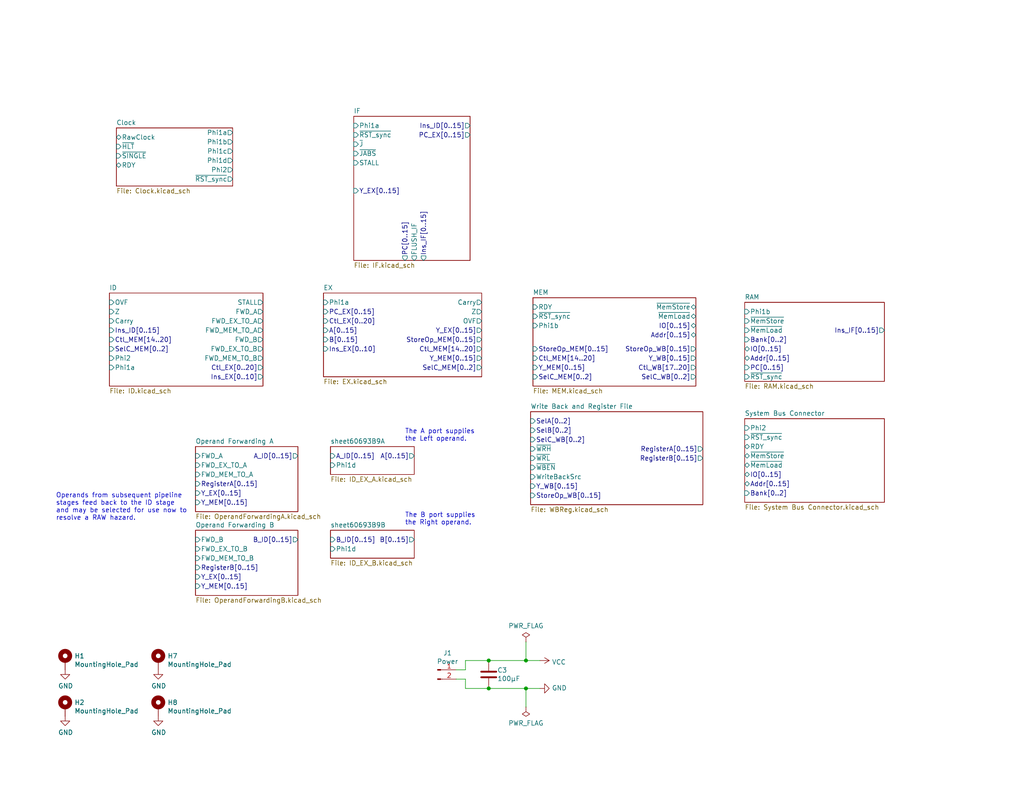
<source format=kicad_sch>
(kicad_sch (version 20211123) (generator eeschema)
  (paper "USLetter")
  (title_block (title "Turtle16: Main Board") (date "2021-06-22") (rev "B (cb021f9a)") (comment 4 "Microcomputer built from 74xx series logic chips."))
  (lib_symbols
    (symbol "Connector:Conn_01x02_Male" (pin_names (offset 1.016) hide)
      (property "Reference" "J" (at 0 2.54 0))
      (property "Value" "Conn_01x02_Male" (at 0 -5.08 0))
      (symbol "Conn_01x02_Male_1_1"
        (polyline (pts (xy 1.27 -2.54) (xy 0.8636 -2.54)) (stroke (width 0.1524)))
        (polyline (pts (xy 1.27 0) (xy 0.8636 0)) (stroke (width 0.1524)))
        (rectangle (start 0.8636 -2.413) (end 0 -2.667) (stroke (width 0.1524)) (fill (type outline)))
        (rectangle (start 0.8636 0.127) (end 0 -0.127) (stroke (width 0.1524)) (fill (type outline)))
        (pin passive line (at 5.08 0 180) (length 3.81) (name "Pin_1") (number "1"))
        (pin passive line (at 5.08 -2.54 180) (length 3.81) (name "Pin_2") (number "2"))
      )
    )
    (symbol "Device:C" (pin_numbers hide) (pin_names (offset 0.254))
      (property "Reference" "C" (at 0.635 2.54 0))
      (property "Value" "C" (at 0.635 -2.54 0))
      (symbol "C_0_1"
        (polyline (pts (xy -2.032 -0.762) (xy 2.032 -0.762)) (stroke (width 0.508)))
        (polyline (pts (xy -2.032 0.762) (xy 2.032 0.762)) (stroke (width 0.508)))
      )
      (symbol "C_1_1"
        (pin passive line (at 0 3.81 270) (length 2.794) (name "~") (number "1"))
        (pin passive line (at 0 -3.81 90) (length 2.794) (name "~") (number "2"))
      )
    )
    (symbol "Mechanical:MountingHole_Pad" (pin_numbers hide) (pin_names (offset 1.016) hide)
      (property "Reference" "H" (at 0 6.35 0))
      (property "Value" "MountingHole_Pad" (at 0 4.445 0))
      (symbol "MountingHole_Pad_0_1"
        (circle (center 0 1.27) (radius 1.27) (stroke (width 1.27)))
      )
      (symbol "MountingHole_Pad_1_1"
        (pin input line (at 0 -2.54 90) (length 2.54) (name "1") (number "1"))
      )
    )
    (symbol "power:GND" (power) (pin_names (offset 0))
      (property "Value" "GND" (at 0 -3.81 0))
      (symbol "GND_0_1"
        (polyline (pts (xy 0 0) (xy 0 -1.27) (xy 1.27 -1.27) (xy 0 -2.54) (xy -1.27 -1.27) (xy 0 -1.27)))
      )
      (symbol "GND_1_1"
        (pin power_in line (at 0 0 270) (length 0) hide (name "GND") (number "1"))
      )
    )
    (symbol "power:PWR_FLAG" (power) (pin_numbers hide) (pin_names (offset 0) hide)
      (property "Value" "PWR_FLAG" (at 0 3.81 0))
      (symbol "PWR_FLAG_0_0"
        (pin power_out line (at 0 0 90) (length 0) (name "pwr") (number "1"))
      )
      (symbol "PWR_FLAG_0_1"
        (polyline (pts (xy 0 0) (xy 0 1.27) (xy -1.016 1.905) (xy 0 2.54) (xy 1.016 1.905) (xy 0 1.27)))
      )
    )
    (symbol "power:VCC" (power) (pin_names (offset 0))
      (property "Value" "VCC" (at 0 3.81 0))
      (symbol "VCC_0_1"
        (polyline (pts (xy -0.762 1.27) (xy 0 2.54)))
        (polyline (pts (xy 0 0) (xy 0 2.54)))
        (polyline (pts (xy 0 2.54) (xy 0.762 1.27)))
      )
      (symbol "VCC_1_1"
        (pin power_in line (at 0 0 90) (length 0) hide (name "VCC") (number "1"))
      )
    )
  )
  (junction (at 133.35 187.96))
  (junction (at 143.51 187.96))
  (junction (at 143.51 180.34))
  (junction (at 133.35 180.34))
  (wire (pts (xy 133.35 187.96) (xy 143.51 187.96)))
  (wire (pts (xy 127 180.34) (xy 133.35 180.34)))
  (wire (pts (xy 147.32 180.34) (xy 143.51 180.34)))
  (wire (pts (xy 143.51 175.26) (xy 143.51 180.34)))
  (wire (pts (xy 127 187.96) (xy 133.35 187.96)))
  (wire (pts (xy 143.51 193.04) (xy 143.51 187.96)))
  (wire (pts (xy 127 185.42) (xy 127 187.96)))
  (wire (pts (xy 124.46 182.88) (xy 127 182.88)))
  (wire (pts (xy 124.46 185.42) (xy 127 185.42)))
  (wire (pts (xy 143.51 187.96) (xy 147.32 187.96)))
  (wire (pts (xy 127 180.34) (xy 127 182.88)))
  (wire (pts (xy 133.35 180.34) (xy 143.51 180.34)))
  (text "Operands from subsequent pipeline\nstages feed back to the ID stage\nand may be selected for use now to\nresolve a RAW hazard." (at 15.24 142.24 0) (effects (font (size 1.27 1.27)) (justify left bottom)))
  (text "The B port supplies\nthe Right operand." (at 110.49 143.51 0) (effects (font (size 1.27 1.27)) (justify left bottom)))
  (text "The A port supplies\nthe Left operand." (at 110.49 120.65 0) (effects (font (size 1.27 1.27)) (justify left bottom)))
  (symbol (lib_id "Connector:Conn_01x02_Male") (at 119.38 182.88 0) (unit 1)
    (property "Reference" "J1" (at 122.1232 178.2826 0))
    (property "Value" "Power" (at 122.1232 180.594 0))
    (property "Footprint" "componentsearchengine:1724480002" (effects hide))
    (property "Mouser" "https://www.mouser.com/ProductDetail/538-172448-0002" (effects hide))
  )
  (symbol (lib_id "Mechanical:MountingHole_Pad") (at 43.18 193.04 0) (unit 1)
    (property "Reference" "H8" (at 45.72 191.7954 0) (effects (justify left)))
    (property "Value" "MountingHole_Pad" (at 45.72 194.1068 0) (effects (justify left)))
    (property "Footprint" "MountingHole:MountingHole_3.2mm_M3_Pad" (effects hide))
  )
  (symbol (lib_id "power:GND") (at 43.18 182.88 0) (unit 1)
    (property "Reference" "#PWR011" (effects hide))
    (property "Value" "GND" (at 43.307 187.2742 0))
  )
  (symbol (lib_id "power:GND") (at 17.78 182.88 0) (unit 1)
    (property "Reference" "#PWR01" (effects hide))
    (property "Value" "GND" (at 17.907 187.2742 0))
  )
  (symbol (lib_id "power:GND") (at 147.32 187.96 90) (unit 1)
    (property "Reference" "#PWR014" (effects hide))
    (property "Value" "GND" (at 150.5712 187.833 90) (effects (justify right)))
  )
  (symbol (lib_id "power:GND") (at 43.18 195.58 0) (unit 1)
    (property "Reference" "#PWR012" (effects hide))
    (property "Value" "GND" (at 43.307 199.9742 0))
  )
  (symbol (lib_id "Mechanical:MountingHole_Pad") (at 17.78 180.34 0) (unit 1)
    (property "Reference" "H1" (at 20.32 179.0954 0) (effects (justify left)))
    (property "Value" "MountingHole_Pad" (at 20.32 181.4068 0) (effects (justify left)))
    (property "Footprint" "MountingHole:MountingHole_3.2mm_M3_Pad" (effects hide))
  )
  (symbol (lib_id "Mechanical:MountingHole_Pad") (at 17.78 193.04 0) (unit 1)
    (property "Reference" "H2" (at 20.32 191.7954 0) (effects (justify left)))
    (property "Value" "MountingHole_Pad" (at 20.32 194.1068 0) (effects (justify left)))
    (property "Footprint" "MountingHole:MountingHole_3.2mm_M3_Pad" (effects hide))
  )
  (symbol (lib_id "power:VCC") (at 147.32 180.34 270) (unit 1)
    (property "Reference" "#PWR013" (effects hide))
    (property "Value" "VCC" (at 150.5712 180.7718 90) (effects (justify left)))
  )
  (symbol (lib_id "power:GND") (at 17.78 195.58 0) (unit 1)
    (property "Reference" "#PWR02" (effects hide))
    (property "Value" "GND" (at 17.907 199.9742 0))
  )
  (symbol (lib_id "power:PWR_FLAG") (at 143.51 175.26 0) (unit 1)
    (property "Reference" "#FLG05" (effects hide))
    (property "Value" "PWR_FLAG" (at 143.51 170.8658 0))
  )
  (symbol (lib_id "power:PWR_FLAG") (at 143.51 193.04 180) (unit 1)
    (property "Reference" "#FLG06" (effects hide))
    (property "Value" "PWR_FLAG" (at 143.51 197.4342 0))
  )
  (symbol (lib_id "Mechanical:MountingHole_Pad") (at 43.18 180.34 0) (unit 1)
    (property "Reference" "H7" (at 45.72 179.0954 0) (effects (justify left)))
    (property "Value" "MountingHole_Pad" (at 45.72 181.4068 0) (effects (justify left)))
    (property "Footprint" "MountingHole:MountingHole_3.2mm_M3_Pad" (effects hide))
  )
  (symbol (lib_id "Device:C") (at 133.35 184.15 0) (unit 1)
    (property "Reference" "C3" (at 135.6868 182.9816 0) (effects (justify left)))
    (property "Value" "100µF" (at 135.6868 185.293 0) (effects (justify left)))
    (property "Footprint" "Capacitor_SMD:C_1206_3216Metric_Pad1.33x1.80mm_HandSolder" (effects hide))
    (property "Mouser" "https://www.mouser.com/ProductDetail/963-AMK316ABJ107ML-T" (effects hide))
  )
  (sheet (at 203.2 114.3) (size 38.1 22.86)
    (property "Sheet name" "System Bus Connector" (at 203.2 113.5884 0) (effects (justify left bottom)))
    (property "Sheet file" "System Bus Connector.kicad_sch" (at 203.2 137.7446 0) (effects (justify left top)))
    (pin "IO[0..15]" tri_state (at 203.2 129.54 180))
    (pin "Addr[0..15]" tri_state (at 203.2 132.08 180))
    (pin "~{MemLoad}" tri_state (at 203.2 127 180))
    (pin "~{MemStore}" tri_state (at 203.2 124.46 180))
    (pin "RDY" bidirectional (at 203.2 121.92 180))
    (pin "Phi2" input (at 203.2 116.84 180))
    (pin "~{RST_sync}" input (at 203.2 119.38 180))
    (pin "Bank[0..2]" input (at 203.2 134.62 180))
  )
  (sheet (at 96.52 31.75) (size 31.75 39.37)
    (property "Sheet name" "IF" (at 96.52 31.0384 0) (effects (justify left bottom)))
    (property "Sheet file" "IF.kicad_sch" (at 96.52 71.7046 0) (effects (justify left top)))
    (pin "Ins_ID[0..15]" output (at 128.27 34.29 0))
    (pin "PC_EX[0..15]" output (at 128.27 36.83 0))
    (pin "Y_EX[0..15]" input (at 96.52 52.07 180))
    (pin "~{J}" input (at 96.52 39.37 180))
    (pin "~{JABS}" input (at 96.52 41.91 180))
    (pin "STALL" input (at 96.52 44.45 180))
    (pin "~{RST_sync}" input (at 96.52 36.83 180))
    (pin "Phi1a" input (at 96.52 34.29 180))
    (pin "PC[0..15]" output (at 110.49 71.12 270))
    (pin "FLUSH_IF" output (at 113.03 71.12 270))
    (pin "Ins_IF[0..15]" output (at 115.57 71.12 270))
  )
  (sheet (at 29.845 80.01) (size 41.91 25.4)
    (property "Sheet name" "ID" (at 29.845 79.2984 0) (effects (justify left bottom)))
    (property "Sheet file" "ID.kicad_sch" (at 29.845 105.9946 0) (effects (justify left top)))
    (pin "Z" input (at 29.845 85.09 180))
    (pin "Carry" input (at 29.845 87.63 180))
    (pin "Ins_ID[0..15]" input (at 29.845 90.17 180))
    (pin "Ctl_EX[0..20]" output (at 71.755 100.33 0))
    (pin "OVF" input (at 29.845 82.55 180))
    (pin "Ins_EX[0..10]" output (at 71.755 102.87 0))
    (pin "STALL" output (at 71.755 82.55 0))
    (pin "Ctl_MEM[14..20]" input (at 29.845 92.71 180))
    (pin "SelC_MEM[0..2]" input (at 29.845 95.25 180))
    (pin "FWD_EX_TO_B" output (at 71.755 95.25 0))
    (pin "FWD_MEM_TO_B" output (at 71.755 97.79 0))
    (pin "FWD_B" output (at 71.755 92.71 0))
    (pin "FWD_EX_TO_A" output (at 71.755 87.63 0))
    (pin "FWD_MEM_TO_A" output (at 71.755 90.17 0))
    (pin "FWD_A" output (at 71.755 85.09 0))
    (pin "Phi2" input (at 29.845 97.79 180))
    (pin "Phi1a" input (at 29.845 100.33 180))
  )
  (sheet (at 88.265 80.01) (size 43.18 22.86)
    (property "Sheet name" "EX" (at 88.265 79.2984 0) (effects (justify left bottom)))
    (property "Sheet file" "EX.kicad_sch" (at 88.265 103.4546 0) (effects (justify left top)))
    (pin "Y_MEM[0..15]" output (at 131.445 97.79 0))
    (pin "Ctl_MEM[14..20]" output (at 131.445 95.25 0))
    (pin "Z" output (at 131.445 85.09 0))
    (pin "Carry" output (at 131.445 82.55 0))
    (pin "OVF" output (at 131.445 87.63 0))
    (pin "StoreOp_MEM[0..15]" output (at 131.445 92.71 0))
    (pin "SelC_MEM[0..2]" output (at 131.445 100.33 0))
    (pin "Ctl_EX[0..20]" input (at 88.265 87.63 180))
    (pin "PC_EX[0..15]" input (at 88.265 85.09 180))
    (pin "Ins_EX[0..10]" input (at 88.265 95.25 180))
    (pin "A[0..15]" input (at 88.265 90.17 180))
    (pin "B[0..15]" input (at 88.265 92.71 180))
    (pin "Y_EX[0..15]" output (at 131.445 90.17 0))
    (pin "Phi1a" input (at 88.265 82.55 180))
  )
  (sheet (at 145.415 81.28) (size 44.45 24.13)
    (property "Sheet name" "MEM" (at 145.415 80.5684 0) (effects (justify left bottom)))
    (property "Sheet file" "MEM.kicad_sch" (at 145.415 105.9946 0) (effects (justify left top)))
    (pin "StoreOp_MEM[0..15]" input (at 145.415 95.25 180))
    (pin "StoreOp_WB[0..15]" output (at 189.865 95.25 0))
    (pin "Y_MEM[0..15]" input (at 145.415 100.33 180))
    (pin "Ctl_MEM[14..20]" input (at 145.415 97.79 180))
    (pin "~{MemStore}" tri_state (at 189.865 83.82 0))
    (pin "~{MemLoad}" tri_state (at 189.865 86.36 0))
    (pin "IO[0..15]" tri_state (at 189.865 88.9 0))
    (pin "Addr[0..15]" tri_state (at 189.865 91.44 0))
    (pin "RDY" input (at 145.415 83.82 180))
    (pin "SelC_WB[0..2]" output (at 189.865 102.87 0))
    (pin "SelC_MEM[0..2]" input (at 145.415 102.87 180))
    (pin "Ctl_WB[17..20]" output (at 189.865 100.33 0))
    (pin "Y_WB[0..15]" output (at 189.865 97.79 0))
    (pin "~{RST_sync}" input (at 145.415 86.36 180))
    (pin "Phi1b" input (at 145.415 88.9 180))
  )
  (sheet (at 203.2 82.55) (size 38.1 21.59) (stroke (width 0.1524))
    (property "Sheet name" "RAM" (at 203.2 81.8384 0) (effects (justify left bottom)))
    (property "Sheet file" "RAM.kicad_sch" (at 203.2 104.7246 0) (effects (justify left top)))
    (pin "IO[0..15]" tri_state (at 203.2 95.25 180))
    (pin "PC[0..15]" input (at 203.2 100.33 180))
    (pin "Addr[0..15]" tri_state (at 203.2 97.79 180))
    (pin "Ins_IF[0..15]" output (at 241.3 90.17 0))
    (pin "~{MemLoad}" input (at 203.2 90.17 180))
    (pin "~{MemStore}" input (at 203.2 87.63 180))
    (pin "Bank[0..2]" input (at 203.2 92.71 180))
    (pin "Phi1b" input (at 203.2 85.09 180))
    (pin "~{RST_sync}" input (at 203.2 102.87 180))
  )
  (sheet (at 53.34 144.78) (size 27.94 17.78)
    (property "Sheet name" "Operand Forwarding B" (at 53.34 144.0684 0) (effects (justify left bottom)))
    (property "Sheet file" "OperandForwardingB.kicad_sch" (at 53.34 163.1446 0) (effects (justify left top)))
    (pin "FWD_B" input (at 53.34 147.32 180))
    (pin "B_ID[0..15]" output (at 81.28 147.32 0))
    (pin "RegisterB[0..15]" input (at 53.34 154.94 180))
    (pin "Y_EX[0..15]" input (at 53.34 157.48 180))
    (pin "Y_MEM[0..15]" input (at 53.34 160.02 180))
    (pin "FWD_EX_TO_B" input (at 53.34 149.86 180))
    (pin "FWD_MEM_TO_B" input (at 53.34 152.4 180))
  )
  (sheet (at 31.75 34.925) (size 31.75 15.875) (stroke (width 0.1524))
    (property "Sheet name" "Clock" (at 31.75 34.2134 0) (effects (justify left bottom)))
    (property "Sheet file" "Clock.kicad_sch" (at 31.75 51.3846 0) (effects (justify left top)))
    (pin "RawClock" bidirectional (at 31.75 37.465 180))
    (pin "~{HLT}" input (at 31.75 40.005 180))
    (pin "Phi1a" output (at 63.5 36.195 0))
    (pin "Phi1b" output (at 63.5 38.735 0))
    (pin "Phi2" output (at 63.5 46.355 0))
    (pin "Phi1d" output (at 63.5 43.815 0))
    (pin "Phi1c" output (at 63.5 41.275 0))
    (pin "RDY" tri_state (at 31.75 45.085 180))
    (pin "~{RST_sync}" output (at 63.5 48.895 0))
    (pin "~{SINGLE}" input (at 31.75 42.545 180))
  )
  (sheet (at 53.34 121.92) (size 27.94 17.78)
    (property "Sheet name" "Operand Forwarding A" (at 53.34 121.2084 0) (effects (justify left bottom)))
    (property "Sheet file" "OperandForwardingA.kicad_sch" (at 53.34 140.2846 0) (effects (justify left top)))
    (pin "FWD_A" input (at 53.34 124.46 180))
    (pin "A_ID[0..15]" output (at 81.28 124.46 0))
    (pin "RegisterA[0..15]" input (at 53.34 132.08 180))
    (pin "Y_EX[0..15]" input (at 53.34 134.62 180))
    (pin "Y_MEM[0..15]" input (at 53.34 137.16 180))
    (pin "FWD_EX_TO_A" input (at 53.34 127 180))
    (pin "FWD_MEM_TO_A" input (at 53.34 129.54 180))
  )
  (sheet (at 90.17 121.92) (size 22.86 7.62)
    (property "Sheet name" "sheet60693B9A" (at 90.17 121.2084 0) (effects (justify left bottom)))
    (property "Sheet file" "ID_EX_A.kicad_sch" (at 90.17 130.1246 0) (effects (justify left top)))
    (pin "A_ID[0..15]" input (at 90.17 124.46 180))
    (pin "A[0..15]" output (at 113.03 124.46 0))
    (pin "Phi1d" input (at 90.17 127 180))
  )
  (sheet (at 90.17 144.78) (size 22.86 7.62)
    (property "Sheet name" "sheet60693B9B" (at 90.17 144.0684 0) (effects (justify left bottom)))
    (property "Sheet file" "ID_EX_B.kicad_sch" (at 90.17 152.9846 0) (effects (justify left top)))
    (pin "B_ID[0..15]" input (at 90.17 147.32 180))
    (pin "B[0..15]" output (at 113.03 147.32 0))
    (pin "Phi1d" input (at 90.17 149.86 180))
  )
  (sheet (at 144.78 112.395) (size 46.99 25.4) (stroke (width 0.1524))
    (property "Sheet name" "Write Back and Register File" (at 144.78 111.6834 0) (effects (justify left bottom)))
    (property "Sheet file" "WBReg.kicad_sch" (at 144.78 138.3796 0) (effects (justify left top)))
    (pin "~{WRL}" input (at 144.78 125.095 180))
    (pin "~{WBEN}" input (at 144.78 127.635 180))
    (pin "StoreOp_WB[0..15]" input (at 144.78 135.255 180))
    (pin "Y_WB[0..15]" input (at 144.78 132.715 180))
    (pin "WriteBackSrc" input (at 144.78 130.175 180))
    (pin "SelC_WB[0..2]" input (at 144.78 120.015 180))
    (pin "SelA[0..2]" input (at 144.78 114.935 180))
    (pin "SelB[0..2]" input (at 144.78 117.475 180))
    (pin "~{WRH}" input (at 144.78 122.555 180))
    (pin "RegisterA[0..15]" output (at 191.77 122.555 0))
    (pin "RegisterB[0..15]" output (at 191.77 125.095 0))
  )
)
</source>
